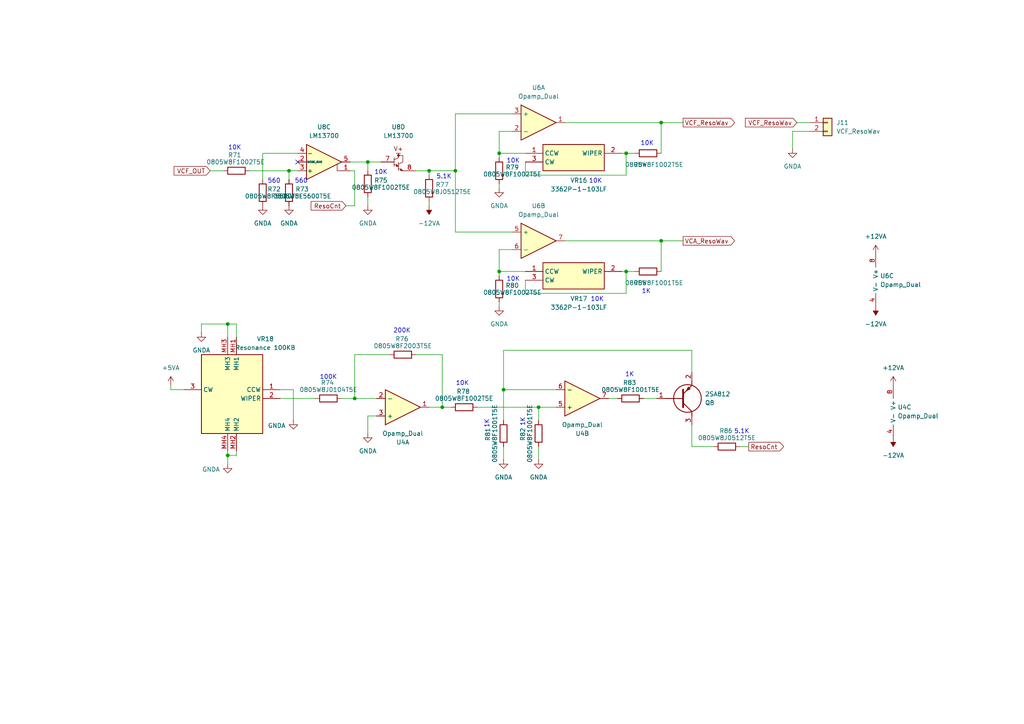
<source format=kicad_sch>
(kicad_sch (version 20250114) (generator "eeschema") (generator_version "9.0")
  (paper "A4")
  (lib_symbols
    (symbol "Amplifier_Operational:LM13700" (pin_names (offset 0.127))
      (property "Reference" "U" (at 3.81 5.08 0))
      (property "Value" "LM13700" (at 5.08 -5.08 0))
      (symbol "LM13700_1_1"
        (polyline (pts (xy 3.81 -0.635) (xy 3.81 -2.54) (xy 5.08 -2.54)))
        (polyline (pts (xy 5.08 0) (xy -5.08 -5.08) (xy -5.08 5.08) (xy 5.08 0)) (stroke (width 0.254)) (fill (type background)))
        (pin input line (at -7.62 2.54 0) (length 2.54) (name "-") (number "13"))
        (pin input line (at -7.62 0 0) (length 2.54) (name "DIODE_BIAS") (number "15"))
        (pin input line (at -7.62 -2.54 0) (length 2.54) (name "+") (number "14"))
        (pin output line (at 7.62 0 180) (length 2.54) (name "~") (number "12"))
        (pin input line (at 7.62 -2.54 180) (length 2.54) (name "~") (number "16"))
      )
      (symbol "LM13700_2_0"
        (polyline (pts (xy -1.905 2.54) (xy -3.175 2.54)))
      )
      (symbol "LM13700_2_1"
        (polyline (pts (xy -3.81 1.27) (xy -3.81 -1.27)))
        (polyline (pts (xy -3.81 0.635) (xy -2.54 1.27) (xy -2.54 1.905) (xy -2.54 2.54)))
        (polyline (pts (xy -3.81 -0.635) (xy -2.54 -1.27)))
        (circle (center -2.54 1.905) (radius 0.254) (stroke (width 0.254)) (fill (type outline)))
        (polyline (pts (xy -2.54 0) (xy -2.54 -2.54)))
        (polyline (pts (xy -2.54 -0.635) (xy -1.27 0) (xy -1.27 1.905) (xy -2.54 1.905)))
        (polyline (pts (xy -2.54 -1.27) (xy -3.175 -0.635) (xy -3.175 -1.27) (xy -2.54 -1.27)) (fill (type outline)))
        (polyline (pts (xy -2.54 -1.905) (xy -1.27 -2.54)))
        (polyline (pts (xy -1.27 -2.54) (xy -1.905 -1.905) (xy -1.905 -2.54) (xy -1.27 -2.54)) (fill (type outline)))
        (text "V+" (at -2.54 3.81 0) (effects (font (size 1.27 1.27))))
        (pin input line (at -7.62 0 0) (length 3.81) (name "~") (number "10"))
        (pin output line (at 2.54 -2.54 180) (length 3.81) (name "~") (number "9"))
      )
      (symbol "LM13700_3_1"
        (polyline (pts (xy 3.81 -0.635) (xy 3.81 -2.54) (xy 5.08 -2.54)))
        (polyline (pts (xy 5.08 0) (xy -5.08 -5.08) (xy -5.08 5.08) (xy 5.08 0)) (stroke (width 0.254)) (fill (type background)))
        (pin input line (at -7.62 2.54 0) (length 2.54) (name "-") (number "4"))
        (pin input line (at -7.62 0 0) (length 2.54) (name "DIODE_BIAS") (number "2"))
        (pin input line (at -7.62 -2.54 0) (length 2.54) (name "+") (number "3"))
        (pin output line (at 7.62 0 180) (length 2.54) (name "~") (number "5"))
        (pin input line (at 7.62 -2.54 180) (length 2.54) (name "~") (number "1"))
      )
      (symbol "LM13700_4_0"
        (polyline (pts (xy -3.175 2.54) (xy -1.905 2.54)))
        (text "V+" (at -2.54 3.81 0) (effects (font (size 1.27 1.27))))
      )
      (symbol "LM13700_4_1"
        (polyline (pts (xy -3.81 1.27) (xy -3.81 -1.27)))
        (polyline (pts (xy -3.81 0.635) (xy -2.54 1.27) (xy -2.54 2.54)))
        (polyline (pts (xy -3.81 -0.635) (xy -2.54 -1.27)))
        (circle (center -2.54 1.905) (radius 0.254) (stroke (width 0.254)) (fill (type outline)))
        (polyline (pts (xy -2.54 0) (xy -2.54 -2.54)))
        (polyline (pts (xy -2.54 -0.635) (xy -1.27 0) (xy -1.27 1.905) (xy -2.54 1.905)))
        (polyline (pts (xy -2.54 -1.27) (xy -3.175 -0.635) (xy -3.175 -1.27) (xy -2.54 -1.27)) (fill (type outline)))
        (polyline (pts (xy -2.54 -1.905) (xy -1.27 -2.54)))
        (polyline (pts (xy -1.27 -2.54) (xy -1.905 -1.905) (xy -1.905 -2.54) (xy -1.27 -2.54)) (fill (type outline)))
        (pin input line (at -7.62 0 0) (length 3.81) (name "~") (number "7"))
        (pin output line (at 2.54 -2.54 180) (length 3.81) (name "~") (number "8"))
      )
      (symbol "LM13700_5_1"
        (pin power_in line (at -2.54 7.62 270) (length 3.81) (name "V+") (number "11"))
        (pin power_in line (at -2.54 -7.62 90) (length 3.81) (name "V-") (number "6"))
      )
    )
    (symbol "Connector_Generic:Conn_01x02" (pin_names (offset 1.016) (hide yes))
      (property "Reference" "J" (at 0 2.54 0))
      (property "Value" "Conn_01x02" (at 0 -5.08 0))
      (symbol "Conn_01x02_1_1"
        (rectangle (start -1.27 1.27) (end 1.27 -3.81) (stroke (width 0.254)) (fill (type background)))
        (rectangle (start -1.27 0.127) (end 0 -0.127) (stroke (width 0.1524)))
        (rectangle (start -1.27 -2.413) (end 0 -2.667) (stroke (width 0.1524)))
        (pin passive line (at -5.08 0 0) (length 3.81) (name "Pin_1") (number "1"))
        (pin passive line (at -5.08 -2.54 0) (length 3.81) (name "Pin_2") (number "2"))
      )
    )
    (symbol "Device:Opamp_Dual"
      (property "Reference" "U" (at 0 5.08 0))
      (property "Value" "Opamp_Dual" (at 0 -5.08 0))
      (symbol "Opamp_Dual_1_1"
        (polyline (pts (xy -5.08 5.08) (xy 5.08 0) (xy -5.08 -5.08) (xy -5.08 5.08)) (stroke (width 0.254)) (fill (type background)))
        (pin input line (at -7.62 2.54 0) (length 2.54) (name "+") (number "3"))
        (pin input line (at -7.62 -2.54 0) (length 2.54) (name "-") (number "2"))
        (pin output line (at 7.62 0 180) (length 2.54) (name "~") (number "1"))
      )
      (symbol "Opamp_Dual_2_1"
        (polyline (pts (xy -5.08 5.08) (xy 5.08 0) (xy -5.08 -5.08) (xy -5.08 5.08)) (stroke (width 0.254)) (fill (type background)))
        (pin input line (at -7.62 2.54 0) (length 2.54) (name "+") (number "5"))
        (pin input line (at -7.62 -2.54 0) (length 2.54) (name "-") (number "6"))
        (pin output line (at 7.62 0 180) (length 2.54) (name "~") (number "7"))
      )
      (symbol "Opamp_Dual_3_1"
        (pin power_in line (at -2.54 7.62 270) (length 3.81) (name "V+") (number "8"))
        (pin power_in line (at -2.54 -7.62 90) (length 3.81) (name "V-") (number "4"))
      )
    )
    (symbol "Device:R" (pin_numbers (hide yes)) (pin_names (offset 0))
      (property "Reference" "R" (at 2.032 0 90))
      (property "Value" "R" (at 0 0 90))
      (symbol "R_0_1"
        (rectangle (start -1.016 -2.54) (end 1.016 2.54) (stroke (width 0.254)))
      )
      (symbol "R_1_1"
        (pin passive line (at 0 3.81 270) (length 1.27) (name "~") (number "1"))
        (pin passive line (at 0 -3.81 90) (length 1.27) (name "~") (number "2"))
      )
    )
    (symbol "SamacSys_Parts:2SA812" (pin_names (hide yes))
      (property "Reference" "Q" (at 13.97 1.27 0))
      (property "Value" "2SA812" (at 13.97 -1.27 0))
      (symbol "2SA812_1_1"
        (polyline (pts (xy 2.54 0) (xy 7.62 0)) (stroke (width 0.254)))
        (polyline (pts (xy 7.62 2.54) (xy 7.62 -2.54)) (stroke (width 0.508)))
        (polyline (pts (xy 7.62 1.27) (xy 10.16 3.81)) (stroke (width 0.254)))
        (polyline (pts (xy 7.62 -1.27) (xy 10.16 -3.81)) (stroke (width 0.254)))
        (circle (center 8.89 0) (radius 4.016) (stroke (width 0.254)))
        (polyline (pts (xy 9.652 -2.794) (xy 9.144 -3.302) (xy 8.636 -2.286) (xy 9.652 -2.794)) (stroke (width 0.254)) (fill (type outline)))
        (polyline (pts (xy 10.16 3.81) (xy 10.16 5.08)) (stroke (width 0.254)))
        (polyline (pts (xy 10.16 -3.81) (xy 10.16 -5.08)) (stroke (width 0.254)))
        (pin passive line (at 0 0 0) (length 2.54) (name "B") (number "1"))
        (pin passive line (at 10.16 7.62 270) (length 2.54) (name "C") (number "3"))
        (pin passive line (at 10.16 -7.62 90) (length 2.54) (name "E") (number "2"))
      )
    )
    (symbol "SamacSys_Parts:3362P-1-103LF"
      (property "Reference" "VR" (at 24.13 7.62 0))
      (property "Value" "3362P-1-103LF" (at 24.13 5.08 0))
      (symbol "3362P-1-103LF_1_1"
        (rectangle (start 5.08 2.54) (end 22.86 -5.08) (stroke (width 0.254)) (fill (type background)))
        (pin passive line (at 0 0 0) (length 5.08) (name "CCW") (number "1"))
        (pin passive line (at 0 -2.54 0) (length 5.08) (name "CW") (number "3"))
        (pin passive line (at 27.94 0 180) (length 5.08) (name "WIPER") (number "2"))
      )
    )
    (symbol "SamacSys_Parts:PTA2043-2010CIB104"
      (property "Reference" "VR" (at 24.13 15.24 0))
      (property "Value" "PTA2043-2010CIB104" (at 24.13 12.7 0))
      (symbol "PTA2043-2010CIB104_1_1"
        (rectangle (start 5.08 10.16) (end 22.86 -12.7) (stroke (width 0.254)) (fill (type background)))
        (pin passive line (at 0 0 0) (length 5.08) (name "CCW") (number "1"))
        (pin passive line (at 0 -2.54 0) (length 5.08) (name "WIPER") (number "2"))
        (pin passive line (at 12.7 15.24 270) (length 5.08) (name "MH1") (number "MH1"))
        (pin passive line (at 12.7 -17.78 90) (length 5.08) (name "MH2") (number "MH2"))
        (pin passive line (at 15.24 15.24 270) (length 5.08) (name "MH3") (number "MH3"))
        (pin passive line (at 15.24 -17.78 90) (length 5.08) (name "MH4") (number "MH4"))
        (pin passive line (at 27.94 0 180) (length 5.08) (name "CW") (number "3"))
      )
    )
    (symbol "power:+12VA" (power) (pin_numbers (hide yes)) (pin_names (offset 0) (hide yes))
      (property "Value" "+12VA" (at 0 3.556 0))
      (symbol "+12VA_0_1"
        (polyline (pts (xy -0.762 1.27) (xy 0 2.54)))
        (polyline (pts (xy 0 2.54) (xy 0.762 1.27)))
        (polyline (pts (xy 0 0) (xy 0 2.54)))
      )
      (symbol "+12VA_1_1"
        (pin power_in line (at 0 0 90) (length 0) (name "~") (number "1"))
      )
    )
    (symbol "power:+5VA" (power) (pin_numbers (hide yes)) (pin_names (offset 0) (hide yes))
      (property "Value" "+5VA" (at 0 3.556 0))
      (symbol "+5VA_0_1"
        (polyline (pts (xy -0.762 1.27) (xy 0 2.54)))
        (polyline (pts (xy 0 2.54) (xy 0.762 1.27)))
        (polyline (pts (xy 0 0) (xy 0 2.54)))
      )
      (symbol "+5VA_1_1"
        (pin power_in line (at 0 0 90) (length 0) (name "~") (number "1"))
      )
    )
    (symbol "power:-12VA" (power) (pin_numbers (hide yes)) (pin_names (offset 0) (hide yes))
      (property "Value" "-12VA" (at 0 3.556 0))
      (symbol "-12VA_0_0"
        (pin power_in line (at 0 0 90) (length 0) (name "~") (number "1"))
      )
      (symbol "-12VA_0_1"
        (polyline (pts (xy 0 0) (xy 0 1.27) (xy 0.762 1.27) (xy 0 2.54) (xy -0.762 1.27) (xy 0 1.27)) (fill (type outline)))
      )
    )
    (symbol "power:GNDA" (power) (pin_numbers (hide yes)) (pin_names (offset 0) (hide yes))
      (property "Value" "GNDA" (at 0 -3.81 0))
      (symbol "GNDA_0_1"
        (polyline (pts (xy 0 0) (xy 0 -1.27) (xy 1.27 -1.27) (xy 0 -2.54) (xy -1.27 -1.27) (xy 0 -1.27)))
      )
      (symbol "GNDA_1_1"
        (pin power_in line (at 0 0 270) (length 0) (name "~") (number "1"))
      )
    )
  )
  (text "1K" (at 187.452 84.582 0) (effects (font (size 1.27 1.27))))
  (text "1K" (at 182.626 108.712 0) (effects (font (size 1.27 1.27))))
  (text "10K" (at 173.228 86.868 0) (effects (font (size 1.27 1.27))))
  (text "560" (at 79.502 52.578 0) (effects (font (size 1.27 1.27))))
  (text "10K" (at 172.72 52.578 0) (effects (font (size 1.27 1.27))))
  (text "1K" (at 151.638 122.428 90) (effects (font (size 1.27 1.27))))
  (text "10K" (at 148.844 46.736 0) (effects (font (size 1.27 1.27))))
  (text "100K" (at 95.25 109.474 0) (effects (font (size 1.27 1.27))))
  (text "5.1K" (at 215.138 125.222 0) (effects (font (size 1.27 1.27))))
  (text "10K" (at 68.072 42.926 0) (effects (font (size 1.27 1.27))))
  (text "10K" (at 148.844 81.026 0) (effects (font (size 1.27 1.27))))
  (text "200K" (at 116.586 96.012 0) (effects (font (size 1.27 1.27))))
  (text "10K" (at 187.706 41.656 0) (effects (font (size 1.27 1.27))))
  (text "10K" (at 134.112 111.252 0) (effects (font (size 1.27 1.27))))
  (text "10K" (at 110.49 50.038 0) (effects (font (size 1.27 1.27))))
  (text "1K" (at 141.224 122.936 90) (effects (font (size 1.27 1.27))))
  (text "560" (at 87.376 52.578 0) (effects (font (size 1.27 1.27))))
  (text "5.1K" (at 128.778 51.308 0) (effects (font (size 1.27 1.27))))
  (junction (at 66.04 132.08))
  (junction (at 102.87 115.57))
  (junction (at 106.68 46.99))
  (junction (at 146.05 113.03))
  (junction (at 191.77 69.85))
  (junction (at 132.08 49.53))
  (junction (at 66.04 93.98))
  (junction (at 128.27 118.11))
  (junction (at 144.78 78.74))
  (junction (at 144.78 44.45))
  (junction (at 181.61 78.74))
  (junction (at 191.77 35.56))
  (junction (at 181.61 44.45))
  (junction (at 83.82 49.53))
  (junction (at 156.21 118.11))
  (junction (at 124.46 49.53))
  (no_connect (at 86.36 46.99))
  (wire (pts (xy 83.82 49.53) (xy 83.82 52.07)))
  (wire (pts (xy 231.14 35.56) (xy 234.95 35.56)))
  (wire (pts (xy 191.77 35.56) (xy 198.12 35.56)))
  (wire (pts (xy 106.68 57.15) (xy 106.68 59.69)))
  (wire (pts (xy 81.28 115.57) (xy 91.44 115.57)))
  (wire (pts (xy 191.77 44.45) (xy 191.77 35.56)))
  (wire (pts (xy 144.78 78.74) (xy 144.78 80.01)))
  (wire (pts (xy 76.2 44.45) (xy 76.2 52.07)))
  (wire (pts (xy 49.53 113.03) (xy 49.53 111.76)))
  (wire (pts (xy 191.77 35.56) (xy 163.83 35.56)))
  (wire (pts (xy 113.03 102.87) (xy 102.87 102.87)))
  (wire (pts (xy 120.65 102.87) (xy 128.27 102.87)))
  (wire (pts (xy 58.42 96.52) (xy 58.42 93.98)))
  (wire (pts (xy 106.68 120.65) (xy 106.68 125.73)))
  (wire (pts (xy 132.08 49.53) (xy 132.08 33.02)))
  (wire (pts (xy 124.46 50.8) (xy 124.46 49.53)))
  (wire (pts (xy 163.83 69.85) (xy 191.77 69.85)))
  (wire (pts (xy 66.04 130.81) (xy 66.04 132.08)))
  (wire (pts (xy 102.87 59.69) (xy 100.33 59.69)))
  (wire (pts (xy 191.77 78.74) (xy 191.77 69.85)))
  (wire (pts (xy 152.4 46.99) (xy 152.4 50.8)))
  (wire (pts (xy 152.4 81.28) (xy 152.4 85.09)))
  (wire (pts (xy 106.68 46.99) (xy 101.6 46.99)))
  (wire (pts (xy 161.29 113.03) (xy 146.05 113.03)))
  (wire (pts (xy 148.59 67.31) (xy 132.08 67.31)))
  (wire (pts (xy 128.27 118.11) (xy 128.27 102.87)))
  (wire (pts (xy 85.09 113.03) (xy 85.09 121.92)))
  (wire (pts (xy 181.61 85.09) (xy 181.61 78.74)))
  (wire (pts (xy 68.58 132.08) (xy 68.58 130.81)))
  (wire (pts (xy 53.34 113.03) (xy 49.53 113.03)))
  (wire (pts (xy 81.28 113.03) (xy 85.09 113.03)))
  (wire (pts (xy 102.87 115.57) (xy 109.22 115.57)))
  (wire (pts (xy 58.42 93.98) (xy 66.04 93.98)))
  (wire (pts (xy 144.78 53.34) (xy 144.78 54.61)))
  (wire (pts (xy 181.61 44.45) (xy 180.34 44.45)))
  (wire (pts (xy 146.05 129.54) (xy 146.05 133.35)))
  (wire (pts (xy 124.46 118.11) (xy 128.27 118.11)))
  (wire (pts (xy 176.53 115.57) (xy 179.07 115.57)))
  (wire (pts (xy 66.04 93.98) (xy 66.04 97.79)))
  (wire (pts (xy 99.06 115.57) (xy 102.87 115.57)))
  (wire (pts (xy 86.36 44.45) (xy 76.2 44.45)))
  (wire (pts (xy 234.95 38.1) (xy 229.87 38.1)))
  (wire (pts (xy 200.66 129.54) (xy 200.66 123.19)))
  (wire (pts (xy 106.68 46.99) (xy 106.68 49.53)))
  (wire (pts (xy 144.78 78.74) (xy 152.4 78.74)))
  (wire (pts (xy 124.46 49.53) (xy 120.65 49.53)))
  (wire (pts (xy 200.66 107.95) (xy 200.66 101.6)))
  (wire (pts (xy 144.78 44.45) (xy 152.4 44.45)))
  (wire (pts (xy 144.78 87.63) (xy 144.78 88.9)))
  (wire (pts (xy 156.21 129.54) (xy 156.21 133.35)))
  (wire (pts (xy 152.4 85.09) (xy 181.61 85.09)))
  (wire (pts (xy 144.78 44.45) (xy 144.78 45.72)))
  (wire (pts (xy 229.87 38.1) (xy 229.87 43.18)))
  (wire (pts (xy 68.58 93.98) (xy 68.58 97.79)))
  (wire (pts (xy 86.36 49.53) (xy 83.82 49.53)))
  (wire (pts (xy 66.04 132.08) (xy 68.58 132.08)))
  (wire (pts (xy 217.17 129.54) (xy 214.63 129.54)))
  (wire (pts (xy 186.69 115.57) (xy 190.5 115.57)))
  (wire (pts (xy 132.08 33.02) (xy 148.59 33.02)))
  (wire (pts (xy 138.43 118.11) (xy 156.21 118.11)))
  (wire (pts (xy 144.78 72.39) (xy 144.78 78.74)))
  (wire (pts (xy 181.61 78.74) (xy 184.15 78.74)))
  (wire (pts (xy 124.46 58.42) (xy 124.46 59.69)))
  (wire (pts (xy 181.61 44.45) (xy 184.15 44.45)))
  (wire (pts (xy 124.46 49.53) (xy 132.08 49.53)))
  (wire (pts (xy 128.27 118.11) (xy 130.81 118.11)))
  (wire (pts (xy 200.66 101.6) (xy 146.05 101.6)))
  (wire (pts (xy 60.96 49.53) (xy 64.77 49.53)))
  (wire (pts (xy 132.08 67.31) (xy 132.08 49.53)))
  (wire (pts (xy 102.87 102.87) (xy 102.87 115.57)))
  (wire (pts (xy 144.78 38.1) (xy 144.78 44.45)))
  (wire (pts (xy 102.87 49.53) (xy 102.87 59.69)))
  (wire (pts (xy 161.29 118.11) (xy 156.21 118.11)))
  (wire (pts (xy 66.04 93.98) (xy 68.58 93.98)))
  (wire (pts (xy 146.05 101.6) (xy 146.05 113.03)))
  (wire (pts (xy 110.49 46.99) (xy 106.68 46.99)))
  (wire (pts (xy 144.78 72.39) (xy 148.59 72.39)))
  (wire (pts (xy 146.05 113.03) (xy 146.05 121.92)))
  (wire (pts (xy 156.21 118.11) (xy 156.21 121.92)))
  (wire (pts (xy 152.4 50.8) (xy 181.61 50.8)))
  (wire (pts (xy 207.01 129.54) (xy 200.66 129.54)))
  (wire (pts (xy 191.77 69.85) (xy 198.12 69.85)))
  (wire (pts (xy 181.61 78.74) (xy 180.34 78.74)))
  (wire (pts (xy 148.59 38.1) (xy 144.78 38.1)))
  (wire (pts (xy 66.04 132.08) (xy 66.04 134.62)))
  (wire (pts (xy 181.61 50.8) (xy 181.61 44.45)))
  (wire (pts (xy 83.82 49.53) (xy 72.39 49.53)))
  (wire (pts (xy 101.6 49.53) (xy 102.87 49.53)))
  (wire (pts (xy 106.68 120.65) (xy 109.22 120.65)))
  (global_label "VCF_ResoWav" (shape output) (at 198.12 35.56 0) (property "Intersheetrefs" "${INTERSHEET_REFS}" (effects (hide yes))))
  (global_label "VCF_OUT" (shape input) (at 60.96 49.53 180) (property "Intersheetrefs" "${INTERSHEET_REFS}" (effects (hide yes))))
  (global_label "VCF_ResoWav" (shape input) (at 231.14 35.56 180) (property "Intersheetrefs" "${INTERSHEET_REFS}" (effects (hide yes))))
  (global_label "ResoCnt" (shape input) (at 100.33 59.69 180) (property "Intersheetrefs" "${INTERSHEET_REFS}" (effects (hide yes))))
  (global_label "VCA_ResoWav" (shape output) (at 198.12 69.85 0) (property "Intersheetrefs" "${INTERSHEET_REFS}" (effects (hide yes))))
  (global_label "ResoCnt" (shape output) (at 217.17 129.54 0) (property "Intersheetrefs" "${INTERSHEET_REFS}" (effects (hide yes))))
  (symbol (lib_id "power:-12VA") (at 124.46 59.69 180) (unit 1)
    (property "Reference" "#PWR0134" (effects (hide yes)))
    (property "Value" "-12VA" (at 124.46 64.77 0))
    (property "Description" "Power symbol creates a global label with name \"-12VA\"" (effects (hide yes)))
  )
  (symbol (lib_id "power:GNDA") (at 144.78 88.9 0) (mirror y) (unit 1)
    (property "Reference" "#PWR0136" (effects (hide yes)))
    (property "Value" "GNDA" (at 144.78 93.98 0))
    (property "Description" "Power symbol creates a global label with name \"GNDA\" , analog ground" (effects (hide yes)))
  )
  (symbol (lib_id "Device:R") (at 95.25 115.57 90) (unit 1)
    (property "Reference" "R74" (at 94.996 110.998 90))
    (property "Value" "0805W8J0104T5E" (at 95.25 113.03 90))
    (property "Footprint" "Resistor_SMD:R_0805_2012Metric_Pad1.20x1.40mm_HandSolder" (effects (hide yes)))
    (property "Description" "Resistor" (effects (hide yes)))
  )
  (symbol (lib_id "Device:R") (at 106.68 53.34 0) (mirror x) (unit 1)
    (property "Reference" "R75" (at 110.49 52.324 0))
    (property "Value" "0805W8F1002T5E" (at 110.49 54.356 0))
    (property "Footprint" "Resistor_SMD:R_0805_2012Metric_Pad1.20x1.40mm_HandSolder" (effects (hide yes)))
    (property "Description" "Resistor" (effects (hide yes)))
  )
  (symbol (lib_id "Device:R") (at 76.2 55.88 0) (mirror x) (unit 1)
    (property "Reference" "R72" (at 79.502 54.864 0))
    (property "Value" "0805W8F5600T5E" (at 79.502 56.896 0))
    (property "Footprint" "Resistor_SMD:R_0805_2012Metric_Pad1.20x1.40mm_HandSolder" (effects (hide yes)))
    (property "Description" "Resistor" (effects (hide yes)))
  )
  (symbol (lib_id "Device:R") (at 187.96 78.74 90) (mirror x) (unit 1)
    (property "Reference" "R85" (at 185.674 82.042 90))
    (property "Value" "0805W8F1001T5E" (at 189.738 82.042 90))
    (property "Footprint" "Resistor_SMD:R_0805_2012Metric_Pad1.20x1.40mm_HandSolder" (effects (hide yes)))
    (property "Description" "Resistor" (effects (hide yes)))
  )
  (symbol (lib_id "Device:Opamp_Dual") (at 261.62 119.38 0) (unit 3)
    (property "Reference" "U4" (at 260.35 118.1099 0) (effects (justify left)))
    (property "Value" "Opamp_Dual" (at 260.35 120.6499 0) (effects (justify left)))
    (property "Footprint" "Package_SO:SOIC-8_3.9x4.9mm_P1.27mm" (effects (hide yes)))
    (property "Description" "Dual operational amplifier" (effects (hide yes)))
    (property "Sim.Library" "${KICAD9_SYMBOL_DIR}/Simulation_SPICE.sp" (effects (hide yes)))
    (property "Sim.Name" "kicad_builtin_opamp_dual" (effects (hide yes)))
    (property "Sim.Device" "SUBCKT" (effects (hide yes)))
    (property "Sim.Pins" "1=out1 2=in1- 3=in1+ 4=vee 5=in2+ 6=in2- 7=out2 8=vcc" (effects (hide yes)))
  )
  (symbol (lib_id "Device:R") (at 144.78 49.53 0) (mirror x) (unit 1)
    (property "Reference" "R79" (at 148.59 48.514 0))
    (property "Value" "0805W8F1002T5E" (at 148.59 50.546 0))
    (property "Footprint" "Resistor_SMD:R_0805_2012Metric_Pad1.20x1.40mm_HandSolder" (effects (hide yes)))
    (property "Description" "Resistor" (effects (hide yes)))
  )
  (symbol (lib_id "power:GNDA") (at 83.82 59.69 0) (mirror y) (unit 1)
    (property "Reference" "#PWR0129" (effects (hide yes)))
    (property "Value" "GNDA" (at 83.82 64.77 0))
    (property "Description" "Power symbol creates a global label with name \"GNDA\" , analog ground" (effects (hide yes)))
  )
  (symbol (lib_id "Device:R") (at 156.21 125.73 180) (unit 1)
    (property "Reference" "R82" (at 151.638 125.984 90))
    (property "Value" "0805W8F1001T5E" (at 153.67 125.73 90))
    (property "Footprint" "Resistor_SMD:R_0805_2012Metric_Pad1.20x1.40mm_HandSolder" (effects (hide yes)))
    (property "Description" "Resistor" (effects (hide yes)))
  )
  (symbol (lib_id "Device:R") (at 182.88 115.57 90) (unit 1)
    (property "Reference" "R83" (at 182.626 110.998 90))
    (property "Value" "0805W8F1001T5E" (at 182.88 113.03 90))
    (property "Footprint" "Resistor_SMD:R_0805_2012Metric_Pad1.20x1.40mm_HandSolder" (effects (hide yes)))
    (property "Description" "Resistor" (effects (hide yes)))
  )
  (symbol (lib_id "power:GNDA") (at 76.2 59.69 0) (mirror y) (unit 1)
    (property "Reference" "#PWR0128" (effects (hide yes)))
    (property "Value" "GNDA" (at 76.2 64.77 0))
    (property "Description" "Power symbol creates a global label with name \"GNDA\" , analog ground" (effects (hide yes)))
  )
  (symbol (lib_id "SamacSys_Parts:2SA812") (at 190.5 115.57 0) (mirror x) (unit 1)
    (property "Reference" "Q8" (at 204.47 116.8401 0) (effects (justify left)))
    (property "Value" "2SA812" (at 204.47 114.3001 0) (effects (justify left)))
    (property "Footprint" "SamacSys_parts:SOT95P240X120-3N" (effects (hide yes)))
    (property "Datasheet" "https://4donline.ihs.com/images/VipMasterIC/IC/GSCC/GSCC-S-A0010612759/GSCC-S-A0010613804-1.pdf?hkey=EF798316E3902B6ED9A73243A3159BB0" (effects (hide yes)))
    (property "Description" "Silicon Epitaxial Planar Transistor,Commplementary to 2SC1623.  High DC current gain:hFE=200typ. (VCE=-6.0V,IC=-1.0mA)  High Voltage: VCEO=-50V." (effects (hide yes)))
    (property "Height" "1.2" (effects (hide yes)))
    (property "Manufacturer_Name" "Galaxy" (effects (hide yes)))
    (property "Manufacturer_Part_Number" "2SA812" (effects (hide yes)))
  )
  (symbol (lib_id "power:-12VA") (at 254 88.9 180) (unit 1)
    (property "Reference" "#PWR0163" (effects (hide yes)))
    (property "Value" "-12VA" (at 254 93.98 0))
    (property "Description" "Power symbol creates a global label with name \"-12VA\"" (effects (hide yes)))
  )
  (symbol (lib_id "Device:R") (at 116.84 102.87 90) (unit 1)
    (property "Reference" "R76" (at 116.586 98.298 90))
    (property "Value" "0805W8F2003T5E" (at 116.84 100.33 90))
    (property "Footprint" "Resistor_SMD:R_0805_2012Metric_Pad1.20x1.40mm_HandSolder" (effects (hide yes)))
    (property "Description" "Resistor" (effects (hide yes)))
  )
  (symbol (lib_id "Device:R") (at 210.82 129.54 90) (unit 1)
    (property "Reference" "R86" (at 210.566 124.968 90))
    (property "Value" "0805W8J0512T5E" (at 210.82 127 90))
    (property "Footprint" "Resistor_SMD:R_0805_2012Metric_Pad1.20x1.40mm_HandSolder" (effects (hide yes)))
    (property "Description" "Resistor" (effects (hide yes)))
  )
  (symbol (lib_id "Amplifier_Operational:LM13700") (at 118.11 46.99 0) (unit 4)
    (property "Reference" "U8" (at 115.57 36.83 0))
    (property "Value" "LM13700" (at 115.57 39.37 0))
    (property "Footprint" "Package_SO:SOIC-16_3.9x9.9mm_P1.27mm" (effects (hide yes)))
    (property "Datasheet" "http://www.ti.com/lit/ds/symlink/lm13700.pdf" (effects (hide yes)))
    (property "Description" "Dual Operational Transconductance Amplifiers with Linearizing Diodes and Buffers, DIP-16/SOIC-16" (effects (hide yes)))
  )
  (symbol (lib_id "SamacSys_Parts:PTA2043-2010CIB104") (at 81.28 113.03 0) (mirror y) (unit 1)
    (property "Reference" "VR18" (at 76.962 98.298 0))
    (property "Value" "Resonance 100KB" (at 76.962 100.838 0))
    (property "Footprint" "SamacSys_parts:PTA20432010CIB104" (effects (hide yes)))
    (property "Datasheet" "https://www.bourns.com/docs/Product-Datasheets/pta.pdf" (effects (hide yes)))
    (property "Description" "100 kOhms 0.1W, 1/10W Through Hole Slide Potentiometer Top Adjustment Type" (effects (hide yes)))
    (property "Height" "26.5" (effects (hide yes)))
    (property "Manufacturer_Name" "Bourns" (effects (hide yes)))
    (property "Manufacturer_Part_Number" "PTA2043-2010CIB104" (effects (hide yes)))
    (property "Mouser Part Number" "652-PTA2432010CIB104" (effects (hide yes)))
    (property "Mouser Price/Stock" "https://www.mouser.co.uk/ProductDetail/Bourns/PTA2043-2010CIB104?qs=QARuOjD9jaHYsv9Jo8DrWA%3D%3D" (effects (hide yes)))
    (property "Arrow Part Number" "PTA2043-2010CIB104" (effects (hide yes)))
    (property "Arrow Price/Stock" "https://www.arrow.com/en/products/pta2043-2010cib104/bourns?utm_currency=USD&region=nac" (effects (hide yes)))
  )
  (symbol (lib_id "Device:R") (at 124.46 54.61 0) (mirror x) (unit 1)
    (property "Reference" "R77" (at 128.27 53.594 0))
    (property "Value" "0805W8J0512T5E" (at 128.27 55.626 0))
    (property "Footprint" "Resistor_SMD:R_0805_2012Metric_Pad1.20x1.40mm_HandSolder" (effects (hide yes)))
    (property "Description" "Resistor" (effects (hide yes)))
  )
  (symbol (lib_id "power:-12VA") (at 259.08 127 180) (unit 1)
    (property "Reference" "#PWR0165" (effects (hide yes)))
    (property "Value" "-12VA" (at 259.08 132.08 0))
    (property "Description" "Power symbol creates a global label with name \"-12VA\"" (effects (hide yes)))
  )
  (symbol (lib_id "Device:R") (at 146.05 125.73 180) (unit 1)
    (property "Reference" "R81" (at 141.478 125.984 90))
    (property "Value" "0805W8F1001T5E" (at 143.51 125.73 90))
    (property "Footprint" "Resistor_SMD:R_0805_2012Metric_Pad1.20x1.40mm_HandSolder" (effects (hide yes)))
    (property "Description" "Resistor" (effects (hide yes)))
  )
  (symbol (lib_id "Device:R") (at 83.82 55.88 0) (mirror x) (unit 1)
    (property "Reference" "R73" (at 87.63 54.864 0))
    (property "Value" "0805W8F5600T5E" (at 87.63 56.896 0))
    (property "Footprint" "Resistor_SMD:R_0805_2012Metric_Pad1.20x1.40mm_HandSolder" (effects (hide yes)))
    (property "Description" "Resistor" (effects (hide yes)))
  )
  (symbol (lib_id "power:GNDA") (at 106.68 59.69 0) (mirror y) (unit 1)
    (property "Reference" "#PWR0132" (effects (hide yes)))
    (property "Value" "GNDA" (at 106.68 64.77 0))
    (property "Description" "Power symbol creates a global label with name \"GNDA\" , analog ground" (effects (hide yes)))
  )
  (symbol (lib_id "power:+5VA") (at 49.53 111.76 0) (unit 1)
    (property "Reference" "#PWR0143" (effects (hide yes)))
    (property "Value" "+5VA" (at 49.53 106.68 0))
    (property "Description" "Power symbol creates a global label with name \"+5VA\"" (effects (hide yes)))
  )
  (symbol (lib_id "power:GNDA") (at 106.68 125.73 0) (unit 1)
    (property "Reference" "#PWR0133" (effects (hide yes)))
    (property "Value" "GNDA" (at 106.68 130.81 0))
    (property "Description" "Power symbol creates a global label with name \"GNDA\" , analog ground" (effects (hide yes)))
  )
  (symbol (lib_id "Device:R") (at 187.96 44.45 90) (mirror x) (unit 1)
    (property "Reference" "R84" (at 185.674 47.752 90))
    (property "Value" "0805W8F1002T5E" (at 189.738 47.752 90))
    (property "Footprint" "Resistor_SMD:R_0805_2012Metric_Pad1.20x1.40mm_HandSolder" (effects (hide yes)))
    (property "Description" "Resistor" (effects (hide yes)))
  )
  (symbol (lib_id "Device:R") (at 134.62 118.11 90) (unit 1)
    (property "Reference" "R78" (at 134.366 113.538 90))
    (property "Value" "0805W8F1002T5E" (at 134.62 115.57 90))
    (property "Footprint" "Resistor_SMD:R_0805_2012Metric_Pad1.20x1.40mm_HandSolder" (effects (hide yes)))
    (property "Description" "Resistor" (effects (hide yes)))
  )
  (symbol (lib_id "Device:R") (at 68.58 49.53 270) (mirror x) (unit 1)
    (property "Reference" "R71" (at 68.072 44.958 90))
    (property "Value" "0805W8F1002T5E" (at 68.326 46.99 90))
    (property "Footprint" "Resistor_SMD:R_0805_2012Metric_Pad1.20x1.40mm_HandSolder" (effects (hide yes)))
    (property "Description" "Resistor" (effects (hide yes)))
  )
  (symbol (lib_id "Device:Opamp_Dual") (at 156.21 69.85 0) (unit 2)
    (property "Reference" "U6" (at 156.21 59.69 0))
    (property "Value" "Opamp_Dual" (at 156.21 62.23 0))
    (property "Footprint" "Package_SO:SOIC-8_3.9x4.9mm_P1.27mm" (effects (hide yes)))
    (property "Description" "Dual operational amplifier" (effects (hide yes)))
    (property "Sim.Library" "${KICAD9_SYMBOL_DIR}/Simulation_SPICE.sp" (effects (hide yes)))
    (property "Sim.Name" "kicad_builtin_opamp_dual" (effects (hide yes)))
    (property "Sim.Device" "SUBCKT" (effects (hide yes)))
    (property "Sim.Pins" "1=out1 2=in1- 3=in1+ 4=vee 5=in2+ 6=in2- 7=out2 8=vcc" (effects (hide yes)))
  )
  (symbol (lib_id "power:+12VA") (at 259.08 111.76 0) (unit 1)
    (property "Reference" "#PWR0164" (effects (hide yes)))
    (property "Value" "+12VA" (at 259.08 106.68 0))
    (property "Description" "Power symbol creates a global label with name \"+12VA\"" (effects (hide yes)))
  )
  (symbol (lib_id "power:GNDA") (at 66.04 134.62 0) (unit 1)
    (property "Reference" "#PWR0141" (effects (hide yes)))
    (property "Value" "GNDA" (at 61.214 136.144 0))
    (property "Description" "Power symbol creates a global label with name \"GNDA\" , analog ground" (effects (hide yes)))
  )
  (symbol (lib_id "power:GNDA") (at 229.87 43.18 0) (mirror y) (unit 1)
    (property "Reference" "#PWR0139" (effects (hide yes)))
    (property "Value" "GNDA" (at 229.87 48.26 0))
    (property "Description" "Power symbol creates a global label with name \"GNDA\" , analog ground" (effects (hide yes)))
  )
  (symbol (lib_id "Device:Opamp_Dual") (at 168.91 115.57 0) (mirror x) (unit 2)
    (property "Reference" "U4" (at 168.91 125.73 0))
    (property "Value" "Opamp_Dual" (at 168.91 123.19 0))
    (property "Footprint" "Package_SO:SOIC-8_3.9x4.9mm_P1.27mm" (effects (hide yes)))
    (property "Description" "Dual operational amplifier" (effects (hide yes)))
    (property "Sim.Library" "${KICAD9_SYMBOL_DIR}/Simulation_SPICE.sp" (effects (hide yes)))
    (property "Sim.Name" "kicad_builtin_opamp_dual" (effects (hide yes)))
    (property "Sim.Device" "SUBCKT" (effects (hide yes)))
    (property "Sim.Pins" "1=out1 2=in1- 3=in1+ 4=vee 5=in2+ 6=in2- 7=out2 8=vcc" (effects (hide yes)))
  )
  (symbol (lib_id "power:GNDA") (at 85.09 121.92 0) (unit 1)
    (property "Reference" "#PWR0142" (effects (hide yes)))
    (property "Value" "GNDA" (at 80.264 123.444 0))
    (property "Description" "Power symbol creates a global label with name \"GNDA\" , analog ground" (effects (hide yes)))
  )
  (symbol (lib_id "SamacSys_Parts:3362P-1-103LF") (at 152.4 78.74 0) (unit 1)
    (property "Reference" "VR17" (at 167.894 86.614 0))
    (property "Value" "3362P-1-103LF" (at 167.894 89.154 0))
    (property "Footprint" "SamacSys_parts:3362P_1" (effects (hide yes)))
    (property "Datasheet" "https://datasheet.datasheetarchive.com/originals/distributors/SFDatasheet-6/sf-000139931.pdf" (effects (hide yes)))
    (property "Description" "10k, Through Hole Trimmer Potentiometer 0.5W Top Adjust Bourns, 3362" (effects (hide yes)))
    (property "Manufacturer_Name" "Bourns" (effects (hide yes)))
    (property "Manufacturer_Part_Number" "3362P-1-103LF" (effects (hide yes)))
    (property "Mouser Part Number" "652-3362P-1-103LF" (effects (hide yes)))
    (property "Mouser Price/Stock" "https://www.mouser.co.uk/ProductDetail/Bourns/3362P-1-103LF?qs=tS7CBNq%252BQ07BavGNEQud%252BA%3D%3D" (effects (hide yes)))
    (property "Arrow Part Number" "3362P-1-103LF" (effects (hide yes)))
    (property "Arrow Price/Stock" "https://www.arrow.com/en/products/3362p-1-103lf/bourns?utm_currency=USD&region=nac" (effects (hide yes)))
  )
  (symbol (lib_id "power:GNDA") (at 144.78 54.61 0) (mirror y) (unit 1)
    (property "Reference" "#PWR0135" (effects (hide yes)))
    (property "Value" "GNDA" (at 144.78 59.69 0))
    (property "Description" "Power symbol creates a global label with name \"GNDA\" , analog ground" (effects (hide yes)))
  )
  (symbol (lib_id "power:GNDA") (at 58.42 96.52 0) (unit 1)
    (property "Reference" "#PWR040" (effects (hide yes)))
    (property "Value" "GNDA" (at 58.42 101.6 0))
    (property "Description" "Power symbol creates a global label with name \"GNDA\" , analog ground" (effects (hide yes)))
  )
  (symbol (lib_id "Connector_Generic:Conn_01x02") (at 240.03 35.56 0) (unit 1)
    (property "Reference" "J11" (at 242.57 35.5599 0) (effects (justify left)))
    (property "Value" "VCF_ResoWav" (at 242.57 38.0999 0) (effects (justify left)))
    (property "Footprint" "Connector_PinSocket_2.54mm:PinSocket_1x02_P2.54mm_Vertical" (effects (hide yes)))
    (property "Description" "Generic connector, single row, 01x02, script generated (kicad-library-utils/schlib/autogen/connector/)" (effects (hide yes)))
  )
  (symbol (lib_id "power:GNDA") (at 156.21 133.35 0) (unit 1)
    (property "Reference" "#PWR0138" (effects (hide yes)))
    (property "Value" "GNDA" (at 156.21 138.43 0))
    (property "Description" "Power symbol creates a global label with name \"GNDA\" , analog ground" (effects (hide yes)))
  )
  (symbol (lib_id "Device:Opamp_Dual") (at 156.21 35.56 0) (unit 1)
    (property "Reference" "U6" (at 156.21 25.4 0))
    (property "Value" "Opamp_Dual" (at 156.21 27.94 0))
    (property "Footprint" "Package_SO:SOIC-8_3.9x4.9mm_P1.27mm" (effects (hide yes)))
    (property "Description" "Dual operational amplifier" (effects (hide yes)))
    (property "Sim.Library" "${KICAD9_SYMBOL_DIR}/Simulation_SPICE.sp" (effects (hide yes)))
    (property "Sim.Name" "kicad_builtin_opamp_dual" (effects (hide yes)))
    (property "Sim.Device" "SUBCKT" (effects (hide yes)))
    (property "Sim.Pins" "1=out1 2=in1- 3=in1+ 4=vee 5=in2+ 6=in2- 7=out2 8=vcc" (effects (hide yes)))
  )
  (symbol (lib_id "power:+12VA") (at 254 73.66 0) (unit 1)
    (property "Reference" "#PWR0162" (effects (hide yes)))
    (property "Value" "+12VA" (at 254 68.58 0))
    (property "Description" "Power symbol creates a global label with name \"+12VA\"" (effects (hide yes)))
  )
  (symbol (lib_id "Device:Opamp_Dual") (at 256.54 81.28 0) (unit 3)
    (property "Reference" "U6" (at 255.27 80.0099 0) (effects (justify left)))
    (property "Value" "Opamp_Dual" (at 255.27 82.5499 0) (effects (justify left)))
    (property "Footprint" "Package_SO:SOIC-8_3.9x4.9mm_P1.27mm" (effects (hide yes)))
    (property "Description" "Dual operational amplifier" (effects (hide yes)))
    (property "Sim.Library" "${KICAD9_SYMBOL_DIR}/Simulation_SPICE.sp" (effects (hide yes)))
    (property "Sim.Name" "kicad_builtin_opamp_dual" (effects (hide yes)))
    (property "Sim.Device" "SUBCKT" (effects (hide yes)))
    (property "Sim.Pins" "1=out1 2=in1- 3=in1+ 4=vee 5=in2+ 6=in2- 7=out2 8=vcc" (effects (hide yes)))
  )
  (symbol (lib_id "power:GNDA") (at 146.05 133.35 0) (unit 1)
    (property "Reference" "#PWR0137" (effects (hide yes)))
    (property "Value" "GNDA" (at 146.05 138.43 0))
    (property "Description" "Power symbol creates a global label with name \"GNDA\" , analog ground" (effects (hide yes)))
  )
  (symbol (lib_id "Device:Opamp_Dual") (at 116.84 118.11 0) (mirror x) (unit 1)
    (property "Reference" "U4" (at 116.84 128.27 0))
    (property "Value" "Opamp_Dual" (at 116.84 125.73 0))
    (property "Footprint" "Package_SO:SOIC-8_3.9x4.9mm_P1.27mm" (effects (hide yes)))
    (property "Description" "Dual operational amplifier" (effects (hide yes)))
    (property "Sim.Library" "${KICAD9_SYMBOL_DIR}/Simulation_SPICE.sp" (effects (hide yes)))
    (property "Sim.Name" "kicad_builtin_opamp_dual" (effects (hide yes)))
    (property "Sim.Device" "SUBCKT" (effects (hide yes)))
    (property "Sim.Pins" "1=out1 2=in1- 3=in1+ 4=vee 5=in2+ 6=in2- 7=out2 8=vcc" (effects (hide yes)))
  )
  (symbol (lib_id "Device:R") (at 144.78 83.82 0) (mirror x) (unit 1)
    (property "Reference" "R80" (at 148.59 82.804 0))
    (property "Value" "0805W8F1002T5E" (at 148.59 84.836 0))
    (property "Footprint" "Resistor_SMD:R_0805_2012Metric_Pad1.20x1.40mm_HandSolder" (effects (hide yes)))
    (property "Description" "Resistor" (effects (hide yes)))
  )
  (symbol (lib_id "Amplifier_Operational:LM13700") (at 93.98 46.99 0) (unit 3)
    (property "Reference" "U8" (at 93.98 36.83 0))
    (property "Value" "LM13700" (at 93.98 39.37 0))
    (property "Footprint" "Package_SO:SOIC-16_3.9x9.9mm_P1.27mm" (effects (hide yes)))
    (property "Datasheet" "http://www.ti.com/lit/ds/symlink/lm13700.pdf" (effects (hide yes)))
    (property "Description" "Dual Operational Transconductance Amplifiers with Linearizing Diodes and Buffers, DIP-16/SOIC-16" (effects (hide yes)))
  )
  (symbol (lib_id "SamacSys_Parts:3362P-1-103LF") (at 152.4 44.45 0) (unit 1)
    (property "Reference" "VR16" (at 167.894 52.324 0))
    (property "Value" "3362P-1-103LF" (at 167.894 54.864 0))
    (property "Footprint" "SamacSys_parts:3362P_1" (effects (hide yes)))
    (property "Datasheet" "https://datasheet.datasheetarchive.com/originals/distributors/SFDatasheet-6/sf-000139931.pdf" (effects (hide yes)))
    (property "Description" "10k, Through Hole Trimmer Potentiometer 0.5W Top Adjust Bourns, 3362" (effects (hide yes)))
    (property "Manufacturer_Name" "Bourns" (effects (hide yes)))
    (property "Manufacturer_Part_Number" "3362P-1-103LF" (effects (hide yes)))
    (property "Mouser Part Number" "652-3362P-1-103LF" (effects (hide yes)))
    (property "Mouser Price/Stock" "https://www.mouser.co.uk/ProductDetail/Bourns/3362P-1-103LF?qs=tS7CBNq%252BQ07BavGNEQud%252BA%3D%3D" (effects (hide yes)))
    (property "Arrow Part Number" "3362P-1-103LF" (effects (hide yes)))
    (property "Arrow Price/Stock" "https://www.arrow.com/en/products/3362p-1-103lf/bourns?utm_currency=USD&region=nac" (effects (hide yes)))
  )
)
</source>
